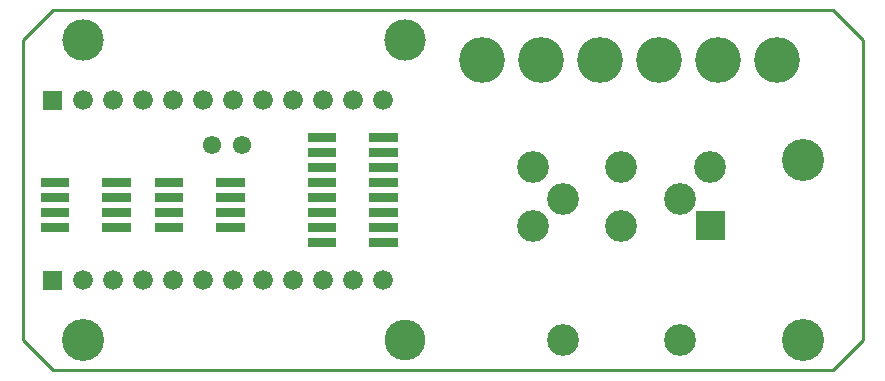
<source format=gts>
G04 start of page 6 for group -4063 idx -4063 *
G04 Title: (unknown), componentmask *
G04 Creator: pcb v4.3.0-g9dea9f5a *
G04 CreationDate: Fri Oct 27 19:37:28 2023 UTC *
G04 For: steve *
G04 Format: Gerber/RS-274X *
G04 PCB-Dimensions (mil): 3200.00 1400.00 *
G04 PCB-Coordinate-Origin: lower left *
%MOIN*%
%FSLAX25Y25*%
%LNGTS*%
%ADD51C,0.1400*%
%ADD50C,0.1360*%
%ADD49C,0.1520*%
%ADD48C,0.1380*%
%ADD47C,0.1060*%
%ADD46C,0.0610*%
%ADD45C,0.0660*%
%ADD44C,0.0001*%
%ADD43C,0.0100*%
G54D43*X40000Y22500D02*Y110000D01*
Y100000D01*
Y20000D02*Y27500D01*
Y105000D02*Y120000D01*
X50000Y130000D01*
X40000Y25000D02*Y20000D01*
X320000Y110000D02*Y20000D01*
X310000Y10000D01*
X312500Y12500D01*
X310000Y130000D02*X320000Y120000D01*
Y105000D01*
X50000Y130000D02*X72500D01*
X70000D02*X82500D01*
X310000D01*
X40000Y20000D02*X50000Y10000D01*
X72500D01*
X67500D02*X82500D01*
X310000D01*
G54D44*G36*
X46700Y43300D02*Y36700D01*
X53300D01*
Y43300D01*
X46700D01*
G37*
G54D45*X60000Y40000D03*
X70000D03*
X80000D03*
X90000D03*
X100000D03*
X110000D03*
X120000D03*
G54D44*G36*
X46700Y103300D02*Y96700D01*
X53300D01*
Y103300D01*
X46700D01*
G37*
G54D45*X60000Y100000D03*
X70000D03*
X80000D03*
X90000D03*
X100000D03*
X110000D03*
X120000D03*
X130000D03*
X140000D03*
X150000D03*
X160000D03*
G54D46*X103000Y85000D03*
X113000D03*
G54D45*X130000Y40000D03*
X140000D03*
X150000D03*
X160000D03*
G54D47*X210100Y58200D03*
X220000Y67300D03*
X210100Y77900D03*
X220000Y20000D03*
X239600Y77900D03*
Y58200D03*
X259300Y67300D03*
Y20000D03*
X269200Y77900D03*
G54D44*G36*
X264400Y63000D02*Y53400D01*
X274000D01*
Y63000D01*
X264400D01*
G37*
G54D48*X167500Y120000D03*
G54D49*X212815Y113500D03*
X232500D03*
X193185D03*
G54D50*X167500Y20000D03*
G54D51*X60000D03*
G54D48*Y120000D03*
G54D51*X300000Y20000D03*
Y80000D03*
G54D49*X252185Y113500D03*
X271870D03*
X291555D03*
G54D44*G36*
X104500Y59000D02*Y56000D01*
X114000D01*
Y59000D01*
X104500D01*
G37*
G36*
Y64000D02*Y61000D01*
X114000D01*
Y64000D01*
X104500D01*
G37*
G36*
Y69000D02*Y66000D01*
X114000D01*
Y69000D01*
X104500D01*
G37*
G36*
X84000Y74000D02*Y71000D01*
X93500D01*
Y74000D01*
X84000D01*
G37*
G36*
Y69000D02*Y66000D01*
X93500D01*
Y69000D01*
X84000D01*
G37*
G36*
Y64000D02*Y61000D01*
X93500D01*
Y64000D01*
X84000D01*
G37*
G36*
Y59000D02*Y56000D01*
X93500D01*
Y59000D01*
X84000D01*
G37*
G36*
X104500Y74000D02*Y71000D01*
X114000D01*
Y74000D01*
X104500D01*
G37*
G36*
X135000D02*Y71000D01*
X144500D01*
Y74000D01*
X135000D01*
G37*
G36*
Y69000D02*Y66000D01*
X144500D01*
Y69000D01*
X135000D01*
G37*
G36*
Y64000D02*Y61000D01*
X144500D01*
Y64000D01*
X135000D01*
G37*
G36*
Y59000D02*Y56000D01*
X144500D01*
Y59000D01*
X135000D01*
G37*
G36*
Y89000D02*Y86000D01*
X144500D01*
Y89000D01*
X135000D01*
G37*
G36*
Y84000D02*Y81000D01*
X144500D01*
Y84000D01*
X135000D01*
G37*
G36*
Y79000D02*Y76000D01*
X144500D01*
Y79000D01*
X135000D01*
G37*
G36*
Y54000D02*Y51000D01*
X144500D01*
Y54000D01*
X135000D01*
G37*
G36*
X155500D02*Y51000D01*
X165000D01*
Y54000D01*
X155500D01*
G37*
G36*
Y59000D02*Y56000D01*
X165000D01*
Y59000D01*
X155500D01*
G37*
G36*
Y64000D02*Y61000D01*
X165000D01*
Y64000D01*
X155500D01*
G37*
G36*
Y69000D02*Y66000D01*
X165000D01*
Y69000D01*
X155500D01*
G37*
G36*
Y74000D02*Y71000D01*
X165000D01*
Y74000D01*
X155500D01*
G37*
G36*
Y79000D02*Y76000D01*
X165000D01*
Y79000D01*
X155500D01*
G37*
G36*
Y84000D02*Y81000D01*
X165000D01*
Y84000D01*
X155500D01*
G37*
G36*
Y89000D02*Y86000D01*
X165000D01*
Y89000D01*
X155500D01*
G37*
G36*
X46000Y74000D02*Y71000D01*
X55500D01*
Y74000D01*
X46000D01*
G37*
G36*
Y69000D02*Y66000D01*
X55500D01*
Y69000D01*
X46000D01*
G37*
G36*
Y64000D02*Y61000D01*
X55500D01*
Y64000D01*
X46000D01*
G37*
G36*
X66500D02*Y61000D01*
X76000D01*
Y64000D01*
X66500D01*
G37*
G36*
X46000Y59000D02*Y56000D01*
X55500D01*
Y59000D01*
X46000D01*
G37*
G36*
X66500D02*Y56000D01*
X76000D01*
Y59000D01*
X66500D01*
G37*
G36*
Y69000D02*Y66000D01*
X76000D01*
Y69000D01*
X66500D01*
G37*
G36*
Y74000D02*Y71000D01*
X76000D01*
Y74000D01*
X66500D01*
G37*
M02*

</source>
